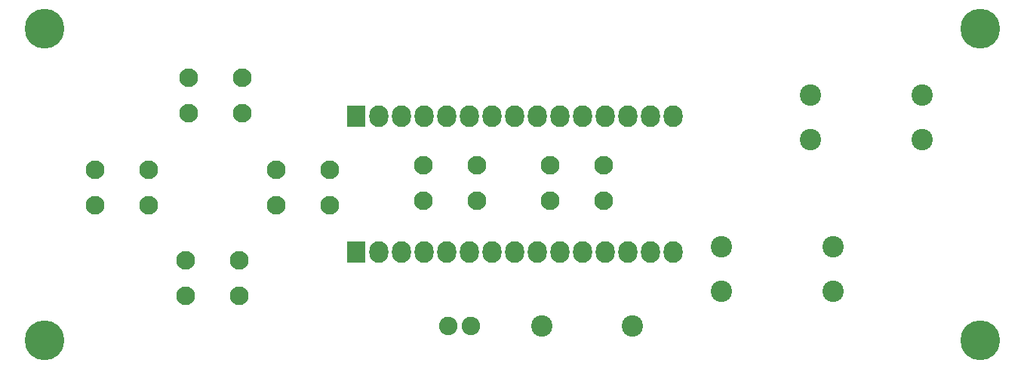
<source format=gbs>
G04 #@! TF.FileFunction,Soldermask,Bot*
%FSLAX46Y46*%
G04 Gerber Fmt 4.6, Leading zero omitted, Abs format (unit mm)*
G04 Created by KiCad (PCBNEW 4.0.4+e1-6308~48~ubuntu16.04.1-stable) date Thu Sep 15 22:11:00 2016*
%MOMM*%
%LPD*%
G01*
G04 APERTURE LIST*
%ADD10C,0.100000*%
%ADD11C,2.076400*%
%ADD12R,2.127200X2.432000*%
%ADD13O,2.127200X2.432000*%
%ADD14C,2.398980*%
%ADD15C,2.100000*%
%ADD16C,2.400000*%
%ADD17C,4.464000*%
G04 APERTURE END LIST*
D10*
D11*
X87900000Y-73400000D03*
X85360000Y-73400000D03*
D12*
X74975720Y-49817020D03*
D13*
X77515720Y-49817020D03*
X80055720Y-49817020D03*
X82595720Y-49817020D03*
X85135720Y-49817020D03*
X87675720Y-49817020D03*
X90215720Y-49817020D03*
X92755720Y-49817020D03*
X95295720Y-49817020D03*
X97835720Y-49817020D03*
X100375720Y-49817020D03*
X102915720Y-49817020D03*
X105455720Y-49817020D03*
X107995720Y-49817020D03*
X110535720Y-49817020D03*
D12*
X74978260Y-65057020D03*
D13*
X77518260Y-65057020D03*
X80058260Y-65057020D03*
X82598260Y-65057020D03*
X85138260Y-65057020D03*
X87678260Y-65057020D03*
X90218260Y-65057020D03*
X92758260Y-65057020D03*
X95298260Y-65057020D03*
X97838260Y-65057020D03*
X100378260Y-65057020D03*
X102918260Y-65057020D03*
X105458260Y-65057020D03*
X107998260Y-65057020D03*
X110538260Y-65057020D03*
D14*
X95800000Y-73400000D03*
X105960000Y-73400000D03*
D15*
X62210000Y-49500000D03*
X56210000Y-49500000D03*
X62210000Y-45500000D03*
X56210000Y-45500000D03*
X51720000Y-59880000D03*
X45720000Y-59880000D03*
X51720000Y-55880000D03*
X45720000Y-55880000D03*
X61880000Y-70040000D03*
X55880000Y-70040000D03*
X61880000Y-66040000D03*
X55880000Y-66040000D03*
X72040000Y-59880000D03*
X66040000Y-59880000D03*
X72040000Y-55880000D03*
X66040000Y-55880000D03*
X88565100Y-59363700D03*
X82565100Y-59363700D03*
X88565100Y-55363700D03*
X82565100Y-55363700D03*
X102765100Y-59363700D03*
X96765100Y-59363700D03*
X102765100Y-55363700D03*
X96765100Y-55363700D03*
D16*
X116000000Y-64500000D03*
X128500000Y-64500000D03*
X116000000Y-69500000D03*
X128500000Y-69500000D03*
X126000000Y-47500000D03*
X138500000Y-47500000D03*
X126000000Y-52500000D03*
X138500000Y-52500000D03*
D17*
X40000000Y-40000000D03*
X40000000Y-75000000D03*
X145000000Y-75000000D03*
X145000000Y-40000000D03*
M02*

</source>
